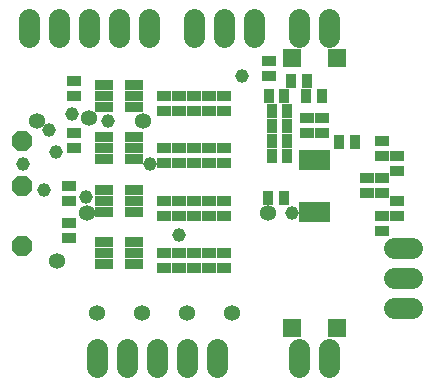
<source format=gbs>
G75*
%MOIN*%
%OFA0B0*%
%FSLAX25Y25*%
%IPPOS*%
%LPD*%
%AMOC8*
5,1,8,0,0,1.08239X$1,22.5*
%
%ADD10C,0.06984*%
%ADD11R,0.06496X0.06496*%
%ADD12OC8,0.06984*%
%ADD13R,0.02684X0.06884*%
%ADD14R,0.03740X0.04528*%
%ADD15R,0.04528X0.03740*%
%ADD16R,0.05984X0.03184*%
%ADD17C,0.05346*%
%ADD18C,0.04559*%
D10*
X0103871Y0075871D02*
X0103871Y0081871D01*
X0113871Y0081871D02*
X0113871Y0075871D01*
X0123871Y0075871D02*
X0123871Y0081871D01*
X0133871Y0081871D02*
X0133871Y0075871D01*
X0143871Y0075871D02*
X0143871Y0081871D01*
X0171371Y0081871D02*
X0171371Y0075871D01*
X0181371Y0075871D02*
X0181371Y0081871D01*
X0202898Y0095623D02*
X0208898Y0095623D01*
X0208898Y0105623D02*
X0202898Y0105623D01*
X0202898Y0115623D02*
X0208898Y0115623D01*
X0181371Y0185871D02*
X0181371Y0191871D01*
X0171371Y0191871D02*
X0171371Y0185871D01*
X0156371Y0185871D02*
X0156371Y0191871D01*
X0146371Y0191871D02*
X0146371Y0185871D01*
X0136371Y0185871D02*
X0136371Y0191871D01*
X0121371Y0191871D02*
X0121371Y0185871D01*
X0111371Y0185871D02*
X0111371Y0191871D01*
X0101371Y0191871D02*
X0101371Y0185871D01*
X0091371Y0185871D02*
X0091371Y0191871D01*
X0081371Y0191871D02*
X0081371Y0185871D01*
D11*
X0168890Y0178871D03*
X0183851Y0178871D03*
X0183851Y0088871D03*
X0168890Y0088871D03*
D12*
X0078871Y0116371D03*
X0078871Y0136371D03*
X0078871Y0151371D03*
D13*
X0172571Y0144971D03*
X0175071Y0144971D03*
X0177671Y0144971D03*
X0180171Y0144971D03*
X0180171Y0127771D03*
X0177671Y0127771D03*
X0175071Y0127771D03*
X0172571Y0127771D03*
D14*
X0166174Y0132138D03*
X0161056Y0132138D03*
X0162312Y0146371D03*
X0162312Y0151371D03*
X0162312Y0156371D03*
X0162312Y0161371D03*
X0161312Y0166371D03*
X0166430Y0166371D03*
X0168812Y0171371D03*
X0173930Y0171371D03*
X0173812Y0166371D03*
X0178930Y0166371D03*
X0167430Y0161371D03*
X0167430Y0156371D03*
X0167430Y0151371D03*
X0167430Y0146371D03*
X0184812Y0151121D03*
X0189930Y0151121D03*
D15*
X0198871Y0151430D03*
X0198871Y0146312D03*
X0203871Y0146430D03*
X0203871Y0141312D03*
X0198871Y0138930D03*
X0193871Y0138930D03*
X0193871Y0133812D03*
X0198871Y0133812D03*
X0203871Y0131430D03*
X0203871Y0126312D03*
X0198871Y0126430D03*
X0198871Y0121312D03*
X0178871Y0153812D03*
X0173871Y0153812D03*
X0173871Y0158930D03*
X0178871Y0158930D03*
X0161371Y0172812D03*
X0161371Y0177930D03*
X0146371Y0166430D03*
X0141371Y0166430D03*
X0136371Y0166430D03*
X0131371Y0166430D03*
X0126371Y0166430D03*
X0126371Y0161312D03*
X0131371Y0161312D03*
X0136371Y0161312D03*
X0141371Y0161312D03*
X0146371Y0161312D03*
X0146371Y0148930D03*
X0141371Y0148930D03*
X0136371Y0148930D03*
X0131371Y0148930D03*
X0126371Y0148930D03*
X0126371Y0143812D03*
X0131371Y0143812D03*
X0136371Y0143812D03*
X0141371Y0143812D03*
X0146371Y0143812D03*
X0146371Y0131430D03*
X0141371Y0131430D03*
X0136371Y0131430D03*
X0131371Y0131430D03*
X0126371Y0131430D03*
X0126371Y0126312D03*
X0131371Y0126312D03*
X0136371Y0126312D03*
X0141371Y0126312D03*
X0146371Y0126312D03*
X0146371Y0113930D03*
X0141371Y0113930D03*
X0136371Y0113930D03*
X0131371Y0113930D03*
X0126371Y0113930D03*
X0126371Y0108812D03*
X0131371Y0108812D03*
X0136371Y0108812D03*
X0141371Y0108812D03*
X0146371Y0108812D03*
X0096371Y0148812D03*
X0096371Y0153930D03*
X0096371Y0166312D03*
X0096371Y0171430D03*
X0094796Y0136430D03*
X0094796Y0131312D03*
X0094796Y0123930D03*
X0094796Y0118812D03*
D16*
X0106271Y0117571D03*
X0106271Y0113871D03*
X0106271Y0110171D03*
X0116471Y0110171D03*
X0116471Y0113871D03*
X0116471Y0117571D03*
X0116471Y0127671D03*
X0116471Y0131371D03*
X0116471Y0135071D03*
X0106271Y0135071D03*
X0106271Y0131371D03*
X0106271Y0127671D03*
X0106271Y0145171D03*
X0106271Y0148871D03*
X0106271Y0152571D03*
X0106271Y0162671D03*
X0106271Y0166371D03*
X0106271Y0170071D03*
X0116471Y0170071D03*
X0116471Y0166371D03*
X0116471Y0162671D03*
X0116471Y0152571D03*
X0116471Y0148871D03*
X0116471Y0145171D03*
D17*
X0119382Y0157867D03*
X0101371Y0158871D03*
X0084008Y0157945D03*
X0100583Y0127158D03*
X0090583Y0111371D03*
X0103871Y0093871D03*
X0118871Y0093871D03*
X0133871Y0093871D03*
X0148871Y0093871D03*
X0161115Y0127158D03*
D18*
X0168989Y0127158D03*
X0131193Y0120071D03*
X0121745Y0143693D03*
X0107571Y0157867D03*
X0095760Y0160229D03*
X0087886Y0154875D03*
X0090249Y0147630D03*
X0079225Y0143693D03*
X0086312Y0135032D03*
X0100485Y0132670D03*
X0152453Y0172827D03*
M02*

</source>
